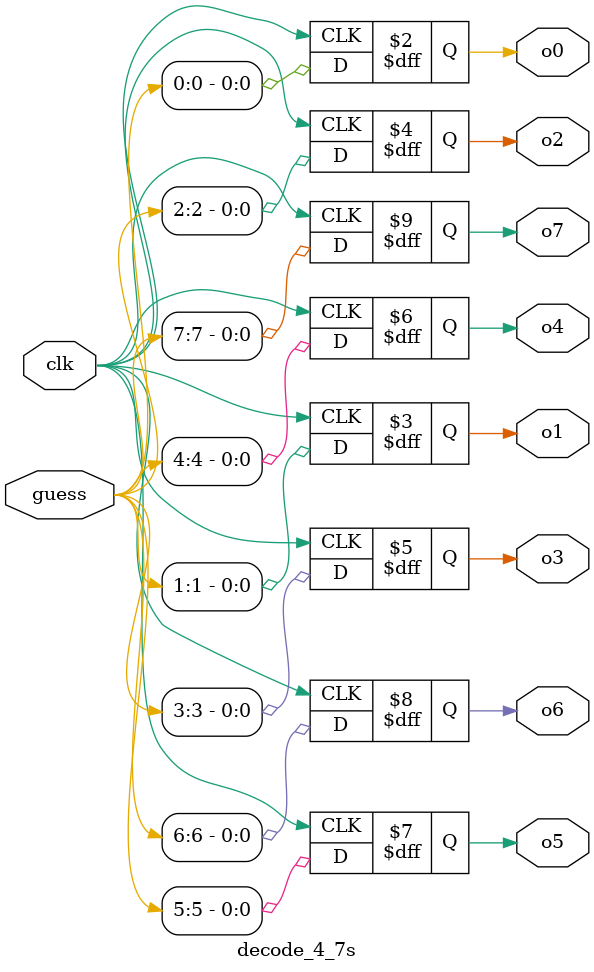
<source format=v>
module decode_4_7s(guess, o0,o1,o2,o3,o4,o5,o6,o7,clk);
input [7:0] guess;
input clk;
output reg o0,o1,o2,o3,o4,o5,o6,o7;
always @(posedge clk) begin
	o0<=guess[0];
	o1<=guess[1];
	o2<=guess[2];
	o3<=guess[3];
	o4<=guess[4];
	o5<=guess[5];
	o6<=guess[6];
	o7<=guess[7];
end
endmodule
</source>
